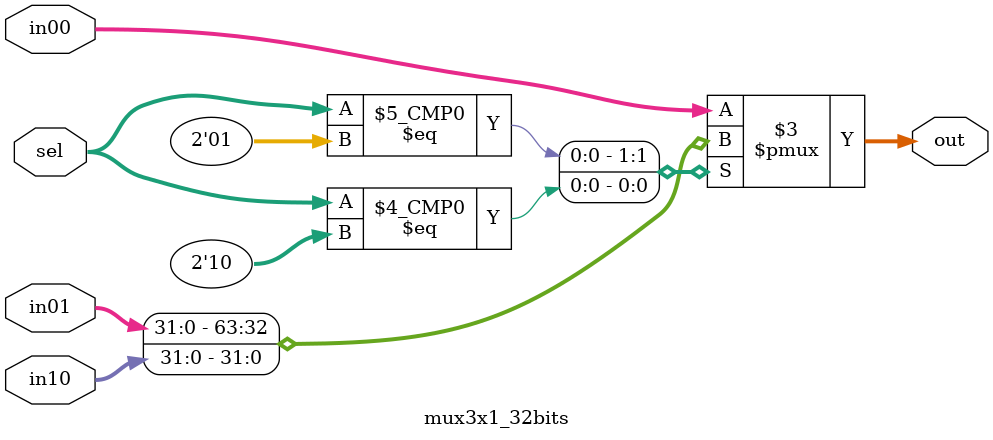
<source format=v>
module mux3x1_32bits(
    input [31:0] in00,   // Entrada quando sel = 00 (sem forwarding, valor do register file)
    input [31:0] in01,   // Entrada quando sel = 01 (forwarding do WB)
    input [31:0] in10,   // Entrada quando sel = 10 (forwarding do MEM)
    input [1:0] sel,
    output reg [31:0] out
);

always @(*) begin
    case (sel)
        2'b00: out = in00;  // Sem forwarding
        2'b01: out = in01;  // Forward do WB
        2'b10: out = in10;  // Forward do MEM
        default: out = in00;
    endcase
end

endmodule

</source>
